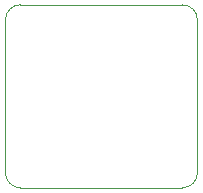
<source format=gbr>
%TF.GenerationSoftware,KiCad,Pcbnew,7.0.10-7.0.10~ubuntu22.04.1*%
%TF.CreationDate,2024-02-11T17:22:47-08:00*%
%TF.ProjectId,button_adapter,62757474-6f6e-45f6-9164-61707465722e,rev?*%
%TF.SameCoordinates,Original*%
%TF.FileFunction,Profile,NP*%
%FSLAX46Y46*%
G04 Gerber Fmt 4.6, Leading zero omitted, Abs format (unit mm)*
G04 Created by KiCad (PCBNEW 7.0.10-7.0.10~ubuntu22.04.1) date 2024-02-11 17:22:47*
%MOMM*%
%LPD*%
G01*
G04 APERTURE LIST*
%TA.AperFunction,Profile*%
%ADD10C,0.100000*%
%TD*%
G04 APERTURE END LIST*
D10*
X164338000Y-99568000D02*
G75*
G03*
X163068000Y-100838000I0J-1270000D01*
G01*
X178054000Y-115062000D02*
X164338000Y-115062000D01*
X179324000Y-100838000D02*
X179324000Y-113792000D01*
X163068000Y-113792000D02*
G75*
G03*
X164338000Y-115062000I1270000J0D01*
G01*
X179324000Y-100838000D02*
G75*
G03*
X178054000Y-99568000I-1270000J0D01*
G01*
X163068000Y-113792000D02*
X163068000Y-100838000D01*
X178054000Y-115062000D02*
G75*
G03*
X179324000Y-113792000I0J1270000D01*
G01*
X164338000Y-99568000D02*
X178054000Y-99568000D01*
M02*

</source>
